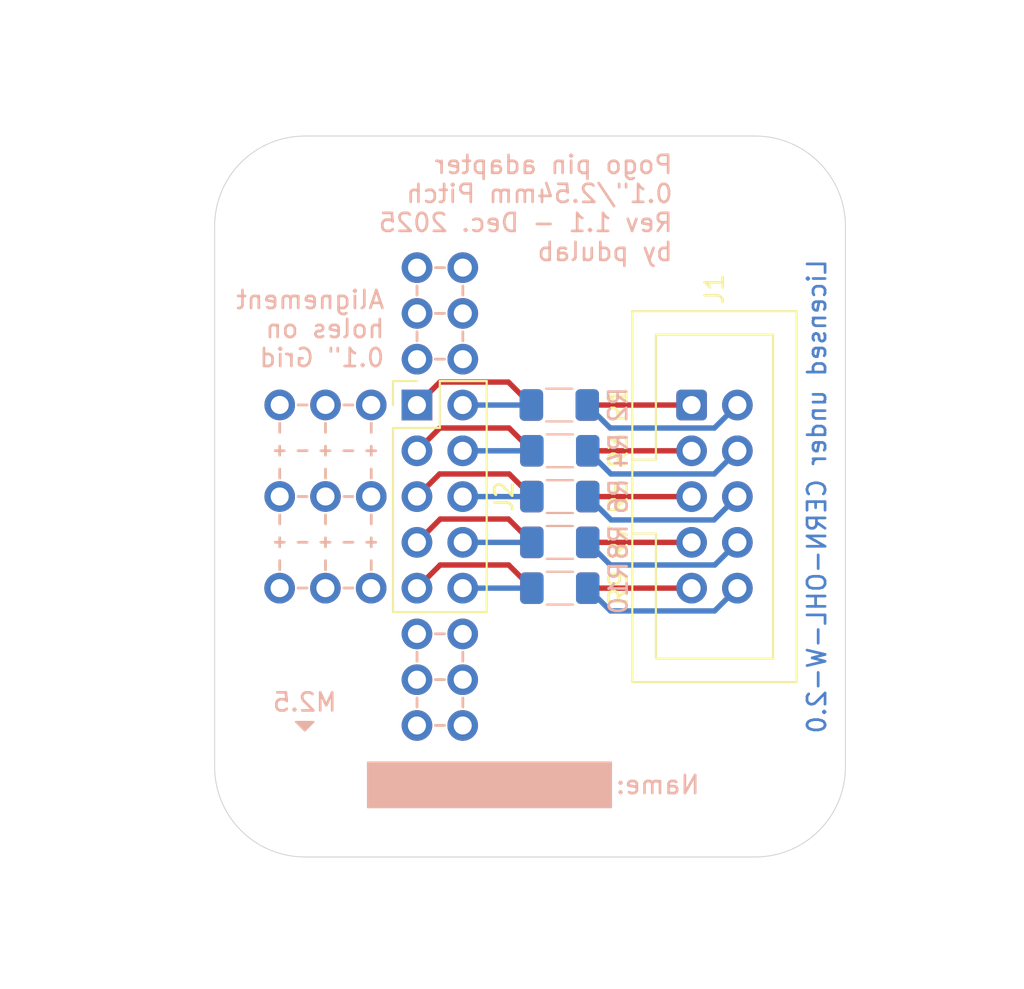
<source format=kicad_pcb>
(kicad_pcb (version 20240108) (generator "pcbnew") (generator_version "8.0")
  (title_block (title "Pogo Pin Programmer 2.54mm") (date "2025-12-28") (rev "Rev 1.1") (company "pdulab"))
  (layers (0 "F.Cu" signal) (31 "B.Cu" signal) (34 "B.Paste" user) (35 "F.Paste" user) (36 "B.SilkS" user "B.Silkscreen") (37 "F.SilkS" user "F.Silkscreen") (38 "B.Mask" user) (39 "F.Mask" user) (44 "Edge.Cuts" user))
  (net 0 "")
  (net 1 "Net-(J1-Pin_1)")
  (net 2 "Net-(J1-Pin_4)")
  (net 3 "Net-(J1-Pin_2)")
  (net 4 "Net-(J1-Pin_3)")
  (net 5 "Net-(J1-Pin_6)")
  (net 6 "Net-(J1-Pin_5)")
  (net 22 "Net-(J1-Pin_7)")
  (net 23 "Net-(J1-Pin_10)")
  (net 24 "Net-(J1-Pin_9)")
  (net 25 "Net-(J1-Pin_8)")
  (net 26 "/3")
  (net 27 "/5")
  (net 28 "/8")
  (net 29 "/1")
  (net 30 "/4")
  (net 31 "/2")
  (net 32 "/7")
  (net 33 "/9")
  (net 34 "/10")
  (net 35 "/6")
  (footprint "MountingHole:MountingHole_2.7mm_M2.5" (layer "F.Cu") (at 172.505 87.5)
    (property "Reference" "H3" (hide yes))
    (property "Value" "MountingHole")
    (pad "" np_thru_hole circle (at 0 0) (size 2.7 2.7) (drill 2.7) (layers "*.Cu" "*.Mask"))
  )
  (footprint "Resistor_SMD:R_1206_3216Metric_Pad1.30x1.75mm_HandSolder" (layer "F.Cu") (at 161.63 67.38)
    (property "Reference" "R1" (at 3.255 -0.005 90) (layer "F.SilkS"))
    (property "Value" "R")
    (fp_line (start -0.727064 -0.91) (end 0.727064 -0.91) (stroke (width 0.12)) (layer "F.SilkS"))
    (fp_line (start -0.727064 0.91) (end 0.727064 0.91) (stroke (width 0.12)) (layer "F.SilkS"))
    (pad "1" smd roundrect (at -1.55 0) (size 1.3 1.75) (layers "F.Cu" "F.Paste" "F.Mask") (roundrect_rratio 0.192308) (net 29 "/1"))
    (pad "2" smd roundrect (at 1.55 0) (size 1.3 1.75) (layers "F.Cu" "F.Paste" "F.Mask") (roundrect_rratio 0.192308) (net 1 "Net-(J1-Pin_1)"))
  )
  (footprint "Resistor_SMD:R_1206_3216Metric_Pad1.30x1.75mm_HandSolder" (layer "F.Cu") (at 161.656 75)
    (property "Reference" "R7" (at 3.255 -0.005 90) (layer "F.SilkS"))
    (property "Value" "R")
    (fp_line (start -0.727064 -0.91) (end 0.727064 -0.91) (stroke (width 0.12)) (layer "F.SilkS"))
    (fp_line (start -0.727064 0.91) (end 0.727064 0.91) (stroke (width 0.12)) (layer "F.SilkS"))
    (pad "1" smd roundrect (at -1.55 0) (size 1.3 1.75) (layers "F.Cu" "F.Paste" "F.Mask") (roundrect_rratio 0.192308) (net 32 "/7"))
    (pad "2" smd roundrect (at 1.55 0) (size 1.3 1.75) (layers "F.Cu" "F.Paste" "F.Mask") (roundrect_rratio 0.192308) (net 22 "Net-(J1-Pin_7)"))
  )
  (footprint "MountingHole:MountingHole_2.7mm_M2.5" (layer "F.Cu") (at 147.505 87.455)
    (property "Reference" "H4" (hide yes))
    (property "Value" "MountingHole")
    (pad "" np_thru_hole circle (at 0 0) (size 2.7 2.7) (drill 2.7) (layers "*.Cu" "*.Mask"))
  )
  (footprint "Resistor_SMD:R_1206_3216Metric_Pad1.30x1.75mm_HandSolder" (layer "F.Cu") (at 161.656 77.54)
    (property "Reference" "R9" (at 3.255 -0.005 90) (layer "F.SilkS"))
    (property "Value" "R")
    (fp_line (start -0.727064 -0.91) (end 0.727064 -0.91) (stroke (width 0.12)) (layer "F.SilkS"))
    (fp_line (start -0.727064 0.91) (end 0.727064 0.91) (stroke (width 0.12)) (layer "F.SilkS"))
    (pad "1" smd roundrect (at -1.55 0) (size 1.3 1.75) (layers "F.Cu" "F.Paste" "F.Mask") (roundrect_rratio 0.192308) (net 33 "/9"))
    (pad "2" smd roundrect (at 1.55 0) (size 1.3 1.75) (layers "F.Cu" "F.Paste" "F.Mask") (roundrect_rratio 0.192308) (net 24 "Net-(J1-Pin_9)"))
  )
  (footprint "Resistor_SMD:R_1206_3216Metric_Pad1.30x1.75mm_HandSolder" (layer "F.Cu") (at 161.656 69.92)
    (property "Reference" "R3" (at 3.255 -0.005 90) (layer "F.SilkS"))
    (property "Value" "R")
    (fp_line (start -0.727064 -0.91) (end 0.727064 -0.91) (stroke (width 0.12)) (layer "F.SilkS"))
    (fp_line (start -0.727064 0.91) (end 0.727064 0.91) (stroke (width 0.12)) (layer "F.SilkS"))
    (pad "1" smd roundrect (at -1.55 0) (size 1.3 1.75) (layers "F.Cu" "F.Paste" "F.Mask") (roundrect_rratio 0.192308) (net 26 "/3"))
    (pad "2" smd roundrect (at 1.55 0) (size 1.3 1.75) (layers "F.Cu" "F.Paste" "F.Mask") (roundrect_rratio 0.192308) (net 4 "Net-(J1-Pin_3)"))
  )
  (footprint "Connector_PinHeader_2.54mm:PinHeader_2x05_P2.54mm_Vertical" (layer "F.Cu") (at 153.73 67.38)
    (property "Reference" "J2" (at 4.831 5.075 90) (layer "F.SilkS"))
    (property "Value" "2.54mm Pogo Pins")
    (fp_line (start -1.33 -1.33) (end 0 -1.33) (stroke (width 0.12)) (layer "F.SilkS"))
    (fp_line (start -1.33 0) (end -1.33 -1.33) (stroke (width 0.12)) (layer "F.SilkS"))
    (fp_line (start -1.33 1.27) (end -1.33 11.49) (stroke (width 0.12)) (layer "F.SilkS"))
    (fp_line (start -1.33 1.27) (end 1.27 1.27) (stroke (width 0.12)) (layer "F.SilkS"))
    (fp_line (start -1.33 11.49) (end 3.87 11.49) (stroke (width 0.12)) (layer "F.SilkS"))
    (fp_line (start 1.27 -1.33) (end 3.87 -1.33) (stroke (width 0.12)) (layer "F.SilkS"))
    (fp_line (start 1.27 1.27) (end 1.27 -1.33) (stroke (width 0.12)) (layer "F.SilkS"))
    (fp_line (start 3.87 -1.33) (end 3.87 11.49) (stroke (width 0.12)) (layer "F.SilkS"))
    (pad "1" thru_hole rect (at 0 0) (size 1.7 1.7) (drill 1) (layers "*.Cu" "*.Mask") (net 29 "/1"))
    (pad "2" thru_hole oval (at 2.54 0) (size 1.7 1.7) (drill 1) (layers "*.Cu" "*.Mask") (net 31 "/2"))
    (pad "3" thru_hole oval (at 0 2.54) (size 1.7 1.7) (drill 1) (layers "*.Cu" "*.Mask") (net 26 "/3"))
    (pad "4" thru_hole oval (at 2.54 2.54) (size 1.7 1.7) (drill 1) (layers "*.Cu" "*.Mask") (net 30 "/4"))
    (pad "5" thru_hole oval (at 0 5.08) (size 1.7 1.7) (drill 1) (layers "*.Cu" "*.Mask") (net 27 "/5"))
    (pad "6" thru_hole oval (at 2.54 5.08) (size 1.7 1.7) (drill 1) (layers "*.Cu" "*.Mask") (net 35 "/6"))
    (pad "7" thru_hole oval (at 0 7.62) (size 1.7 1.7) (drill 1) (layers "*.Cu" "*.Mask") (net 32 "/7"))
    (pad "8" thru_hole oval (at 2.54 7.62) (size 1.7 1.7) (drill 1) (layers "*.Cu" "*.Mask") (net 28 "/8"))
    (pad "9" thru_hole oval (at 0 10.16) (size 1.7 1.7) (drill 1) (layers "*.Cu" "*.Mask") (net 33 "/9"))
    (pad "10" thru_hole oval (at 2.54 10.16) (size 1.7 1.7) (drill 1) (layers "*.Cu" "*.Mask") (net 34 "/10"))
  )
  (footprint "Resistor_SMD:R_1206_3216Metric_Pad1.30x1.75mm_HandSolder" (layer "F.Cu") (at 161.656 72.46)
    (property "Reference" "R5" (at 3.255 -0.005 90) (layer "F.SilkS"))
    (property "Value" "R")
    (fp_line (start -0.727064 -0.91) (end 0.727064 -0.91) (stroke (width 0.12)) (layer "F.SilkS"))
    (fp_line (start -0.727064 0.91) (end 0.727064 0.91) (stroke (width 0.12)) (layer "F.SilkS"))
    (pad "1" smd roundrect (at -1.55 0) (size 1.3 1.75) (layers "F.Cu" "F.Paste" "F.Mask") (roundrect_rratio 0.192308) (net 27 "/5"))
    (pad "2" smd roundrect (at 1.55 0) (size 1.3 1.75) (layers "F.Cu" "F.Paste" "F.Mask") (roundrect_rratio 0.192308) (net 6 "Net-(J1-Pin_5)"))
  )
  (footprint "MountingHole:MountingHole_2.7mm_M2.5" (layer "F.Cu") (at 172.505 57.455)
    (property "Reference" "H2" (hide yes))
    (property "Value" "MountingHole")
    (pad "" np_thru_hole circle (at 0 0) (size 2.7 2.7) (drill 2.7) (layers "*.Cu" "*.Mask"))
  )
  (footprint "MountingHole:MountingHole_2.7mm_M2.5" (layer "F.Cu") (at 147.505 57.455)
    (property "Reference" "H1" (hide yes))
    (property "Value" "MountingHole")
    (pad "" np_thru_hole circle (at 0 0) (size 2.7 2.7) (drill 2.7) (layers "*.Cu" "*.Mask"))
  )
  (footprint "Connector_IDC:IDC-Header_2x05_P2.54mm_Vertical" (layer "F.Cu") (at 168.97 67.38)
    (property "Reference" "J1" (at 1.27 -6.425 90) (layer "F.SilkS"))
    (property "Value" "Conn_02x05_Odd_Even")
    (fp_line (start -3.29 -5.21) (end 5.83 -5.21) (stroke (width 0.12)) (layer "F.SilkS"))
    (fp_line (start -3.29 3.03) (end -1.98 3.03) (stroke (width 0.12)) (layer "F.SilkS"))
    (fp_line (start -3.29 15.37) (end -3.29 -5.21) (stroke (width 0.12)) (layer "F.SilkS"))
    (fp_line (start -1.98 -3.91) (end 4.52 -3.91) (stroke (width 0.12)) (layer "F.SilkS"))
    (fp_line (start -1.98 3.03) (end -1.98 -3.91) (stroke (width 0.12)) (layer "F.SilkS"))
    (fp_line (start -1.98 7.13) (end -3.29 7.13) (stroke (width 0.12)) (layer "F.SilkS"))
    (fp_line (start -1.98 7.13) (end -1.98 7.13) (stroke (width 0.12)) (layer "F.SilkS"))
    (fp_line (start -1.98 14.07) (end -1.98 7.13) (stroke (width 0.12)) (layer "F.SilkS"))
    (fp_line (start 4.52 -3.91) (end 4.52 14.07) (stroke (width 0.12)) (layer "F.SilkS"))
    (fp_line (start 4.52 14.07) (end -1.98 14.07) (stroke (width 0.12)) (layer "F.SilkS"))
    (fp_line (start 5.83 -5.21) (end 5.83 15.37) (stroke (width 0.12)) (layer "F.SilkS"))
    (fp_line (start 5.83 15.37) (end -3.29 15.37) (stroke (width 0.12)) (layer "F.SilkS"))
    (pad "1" thru_hole roundrect (at 0 0) (size 1.7 1.7) (drill 1) (layers "*.Cu" "*.Mask") (roundrect_rratio 0.147059) (net 1 "Net-(J1-Pin_1)"))
    (pad "2" thru_hole circle (at 2.54 0) (size 1.7 1.7) (drill 1) (layers "*.Cu" "*.Mask") (net 3 "Net-(J1-Pin_2)"))
    (pad "3" thru_hole circle (at 0 2.54) (size 1.7 1.7) (drill 1) (layers "*.Cu" "*.Mask") (net 4 "Net-(J1-Pin_3)"))
    (pad "4" thru_hole circle (at 2.54 2.54) (size 1.7 1.7) (drill 1) (layers "*.Cu" "*.Mask") (net 2 "Net-(J1-Pin_4)"))
    (pad "5" thru_hole circle (at 0 5.08) (size 1.7 1.7) (drill 1) (layers "*.Cu" "*.Mask") (net 6 "Net-(J1-Pin_5)"))
    (pad "6" thru_hole circle (at 2.54 5.08) (size 1.7 1.7) (drill 1) (layers "*.Cu" "*.Mask") (net 5 "Net-(J1-Pin_6)"))
    (pad "7" thru_hole circle (at 0 7.62) (size 1.7 1.7) (drill 1) (layers "*.Cu" "*.Mask") (net 22 "Net-(J1-Pin_7)"))
    (pad "8" thru_hole circle (at 2.54 7.62) (size 1.7 1.7) (drill 1) (layers "*.Cu" "*.Mask") (net 25 "Net-(J1-Pin_8)"))
    (pad "9" thru_hole circle (at 0 10.16) (size 1.7 1.7) (drill 1) (layers "*.Cu" "*.Mask") (net 24 "Net-(J1-Pin_9)"))
    (pad "10" thru_hole circle (at 2.54 10.16) (size 1.7 1.7) (drill 1) (layers "*.Cu" "*.Mask") (net 23 "Net-(J1-Pin_10)"))
  )
  (footprint "Resistor_SMD:R_1206_3216Metric_Pad1.30x1.75mm_HandSolder" (layer "B.Cu") (at 161.656 75)
    (property "Reference" "R8" (at 3.255 -0.005 90) (layer "B.SilkS") (effects (justify mirror)))
    (property "Value" "R")
    (fp_line (start 0.727064 -0.91) (end -0.727064 -0.91) (stroke (width 0.12)) (layer "B.SilkS"))
    (fp_line (start 0.727064 0.91) (end -0.727064 0.91) (stroke (width 0.12)) (layer "B.SilkS"))
    (pad "1" smd roundrect (at -1.55 0) (size 1.3 1.75) (layers "B.Cu" "B.Paste" "B.Mask") (roundrect_rratio 0.192308) (net 28 "/8"))
    (pad "2" smd roundrect (at 1.55 0) (size 1.3 1.75) (layers "B.Cu" "B.Paste" "B.Mask") (roundrect_rratio 0.192308) (net 25 "Net-(J1-Pin_8)"))
  )
  (footprint "project_lib:Alignment_pin_2.54mm" (layer "B.Cu") (at 156.275 62.295 180)
    (property "Reference" "P20" (hide yes))
    (property "Value" "Alignment_pin" (hide yes))
    (pad "1" thru_hole circle (at 0 0 180) (size 1.7 1.7) (drill 1) (layers "*.Cu" "*.Mask"))
  )
  (footprint "project_lib:Alignment_pin_2.54mm" (layer "B.Cu") (at 148.655 67.375 -90)
    (property "Reference" "P4" (hide yes))
    (property "Value" "Alignment_pin" (hide yes))
    (pad "1" thru_hole circle (at 0 0 270) (size 1.7 1.7) (drill 1) (layers "*.Cu" "*.Mask"))
  )
  (footprint "project_lib:Alignment_pin_2.54mm" (layer "B.Cu") (at 156.27 80.08 180)
    (property "Reference" "P11" (hide yes))
    (property "Value" "Alignment_pin" (hide yes))
    (pad "1" thru_hole circle (at 0 0 180) (size 1.7 1.7) (drill 1) (layers "*.Cu" "*.Mask"))
  )
  (footprint "project_lib:Alignment_pin_2.54mm" (layer "B.Cu") (at 151.195 67.375 180)
    (property "Reference" "P1" (hide yes))
    (property "Value" "Alignment_pin" (hide yes))
    (pad "1" thru_hole circle (at 0 0 180) (size 1.7 1.7) (drill 1) (layers "*.Cu" "*.Mask"))
  )
  (footprint "project_lib:Alignment_pin_2.54mm" (layer "B.Cu") (at 148.655 72.455 -90)
    (property "Reference" "P5" (hide yes))
    (property "Value" "Alignment_pin" (hide yes))
    (pad "1" thru_hole circle (at 0 0 270) (size 1.7 1.7) (drill 1) (layers "*.Cu" "*.Mask"))
  )
  (footprint "Resistor_SMD:R_1206_3216Metric_Pad1.30x1.75mm_HandSolder" (layer "B.Cu") (at 161.63 67.38)
    (property "Reference" "R2" (at 3.255 -0.005 90) (layer "B.SilkS") (effects (justify mirror)))
    (property "Value" "R")
    (fp_line (start 0.727064 -0.91) (end -0.727064 -0.91) (stroke (width 0.12)) (layer "B.SilkS"))
    (fp_line (start 0.727064 0.91) (end -0.727064 0.91) (stroke (width 0.12)) (layer "B.SilkS"))
    (pad "1" smd roundrect (at -1.55 0) (size 1.3 1.75) (layers "B.Cu" "B.Paste" "B.Mask") (roundrect_rratio 0.192308) (net 31 "/2"))
    (pad "2" smd roundrect (at 1.55 0) (size 1.3 1.75) (layers "B.Cu" "B.Paste" "B.Mask") (roundrect_rratio 0.192308) (net 3 "Net-(J1-Pin_2)"))
  )
  (footprint "project_lib:Alignment_pin_2.54mm" (layer "B.Cu") (at 146.115 67.375 180)
    (property "Reference" "P7" (hide yes))
    (property "Value" "Alignment_pin" (hide yes))
    (pad "1" thru_hole circle (at 0 0 180) (size 1.7 1.7) (drill 1) (layers "*.Cu" "*.Mask"))
  )
  (footprint "project_lib:Alignment_pin_2.54mm" (layer "B.Cu") (at 156.275 59.755 180)
    (property "Reference" "P21" (hide yes))
    (property "Value" "Alignment_pin" (hide yes))
    (pad "1" thru_hole circle (at 0 0 180) (size 1.7 1.7) (drill 1) (layers "*.Cu" "*.Mask"))
  )
  (footprint "Resistor_SMD:R_1206_3216Metric_Pad1.30x1.75mm_HandSolder" (layer "B.Cu") (at 161.656 69.92)
    (property "Reference" "R4" (at 3.255 -0.005 90) (layer "B.SilkS") (effects (justify mirror)))
    (property "Value" "R")
    (fp_line (start 0.727064 -0.91) (end -0.727064 -0.91) (stroke (width 0.12)) (layer "B.SilkS"))
    (fp_line (start 0.727064 0.91) (end -0.727064 0.91) (stroke (width 0.12)) (layer "B.SilkS"))
    (pad "1" smd roundrect (at -1.55 0) (size 1.3 1.75) (layers "B.Cu" "B.Paste" "B.Mask") (roundrect_rratio 0.192308) (net 30 "/4"))
    (pad "2" smd roundrect (at 1.55 0) (size 1.3 1.75) (layers "B.Cu" "B.Paste" "B.Mask") (roundrect_rratio 0.192308) (net 2 "Net-(J1-Pin_4)"))
  )
  (footprint "project_lib:Alignment_pin_2.54mm" (layer "B.Cu") (at 148.65 77.54 180)
    (property "Reference" "P6" (hide yes))
    (property "Value" "Alignment_pin" (hide yes))
    (pad "1" thru_hole circle (at 0 0 180) (size 1.7 1.7) (drill 1) (layers "*.Cu" "*.Mask"))
  )
  (footprint "project_lib:Alignment_pin_2.54mm" (layer "B.Cu") (at 146.11 77.54 -90)
    (property "Reference" "P9" (hide yes))
    (property "Value" "Alignment_pin" (hide yes))
    (pad "1" thru_hole circle (at 0 0 270) (size 1.7 1.7) (drill 1) (layers "*.Cu" "*.Mask"))
  )
  (footprint "project_lib:Alignment_pin_2.54mm" (layer "B.Cu") (at 156.275 64.835 180)
    (property "Reference" "P19" (hide yes))
    (property "Value" "Alignment_pin" (hide yes))
    (pad "1" thru_hole circle (at 0 0 180) (size 1.7 1.7) (drill 1) (layers "*.Cu" "*.Mask"))
  )
  (footprint "project_lib:Alignment_pin_2.54mm" (layer "B.Cu") (at 146.115 72.455 180)
    (property "Reference" "P8" (hide yes))
    (property "Value" "Alignment_pin" (hide yes))
    (pad "1" thru_hole circle (at 0 0 180) (size 1.7 1.7) (drill 1) (layers "*.Cu" "*.Mask"))
  )
  (footprint "project_lib:Alignment_pin_2.54mm" (layer "B.Cu") (at 153.735 59.755 180)
    (property "Reference" "P18" (hide yes))
    (property "Value" "Alignment_pin" (hide yes))
    (pad "1" thru_hole circle (at 0 0 180) (size 1.7 1.7) (drill 1) (layers "*.Cu" "*.Mask"))
  )
  (footprint "project_lib:Alignment_pin_2.54mm" (layer "B.Cu") (at 153.73 85.16 180)
    (property "Reference" "P14" (hide yes))
    (property "Value" "Alignment_pin" (hide yes))
    (pad "1" thru_hole circle (at 0 0 180) (size 1.7 1.7) (drill 1) (layers "*.Cu" "*.Mask"))
  )
  (footprint "project_lib:Alignment_pin_2.54mm" (layer "B.Cu") (at 153.73 80.08 -90)
    (property "Reference" "P10" (hide yes))
    (property "Value" "Alignment_pin" (hide yes))
    (pad "1" thru_hole circle (at 0 0 270) (size 1.7 1.7) (drill 1) (layers "*.Cu" "*.Mask"))
  )
  (footprint "project_lib:Alignment_pin_2.54mm" (layer "B.Cu") (at 153.73 82.62 180)
    (property "Reference" "P12" (hide yes))
    (property "Value" "Alignment_pin" (hide yes))
    (pad "1" thru_hole circle (at 0 0 180) (size 1.7 1.7) (drill 1) (layers "*.Cu" "*.Mask"))
  )
  (footprint "project_lib:Alignment_pin_2.54mm" (layer "B.Cu") (at 151.195 72.455 180)
    (property "Reference" "P2" (hide yes))
    (property "Value" "Alignment_pin" (hide yes))
    (pad "1" thru_hole circle (at 0 0 180) (size 1.7 1.7) (drill 1) (layers "*.Cu" "*.Mask"))
  )
  (footprint "project_lib:Alignment_pin_2.54mm" (layer "B.Cu") (at 156.27 85.16 180)
    (property "Reference" "P15" (hide yes))
    (property "Value" "Alignment_pin" (hide yes))
    (pad "1" thru_hole circle (at 0 0 180) (size 1.7 1.7) (drill 1) (layers "*.Cu" "*.Mask"))
  )
  (footprint "project_lib:Alignment_pin_2.54mm" (layer "B.Cu") (at 153.735 64.835 180)
    (property "Reference" "P16" (hide yes))
    (property "Value" "Alignment_pin" (hide yes))
    (pad "1" thru_hole circle (at 0 0 180) (size 1.7 1.7) (drill 1) (layers "*.Cu" "*.Mask"))
  )
  (footprint "project_lib:Alignment_pin_2.54mm" (layer "B.Cu") (at 156.27 82.62 180)
    (property "Reference" "P13" (hide yes))
    (property "Value" "Alignment_pin" (hide yes))
    (pad "1" thru_hole circle (at 0 0 180) (size 1.7 1.7) (drill 1) (layers "*.Cu" "*.Mask"))
  )
  (footprint "project_lib:Alignment_pin_2.54mm" (layer "B.Cu") (at 153.735 62.295 180)
    (property "Reference" "P17" (hide yes))
    (property "Value" "Alignment_pin" (hide yes))
    (pad "1" thru_hole circle (at 0 0 180) (size 1.7 1.7) (drill 1) (layers "*.Cu" "*.Mask"))
  )
  (footprint "Resistor_SMD:R_1206_3216Metric_Pad1.30x1.75mm_HandSolder" (layer "B.Cu") (at 161.656 72.46)
    (property "Reference" "R6" (at 3.255 -0.005 90) (layer "B.SilkS") (effects (justify mirror)))
    (property "Value" "R")
    (fp_line (start 0.727064 -0.91) (end -0.727064 -0.91) (stroke (width 0.12)) (layer "B.SilkS"))
    (fp_line (start 0.727064 0.91) (end -0.727064 0.91) (stroke (width 0.12)) (layer "B.SilkS"))
    (pad "1" smd roundrect (at -1.55 0) (size 1.3 1.75) (layers "B.Cu" "B.Paste" "B.Mask") (roundrect_rratio 0.192308) (net 35 "/6"))
    (pad "2" smd roundrect (at 1.55 0) (size 1.3 1.75) (layers "B.Cu" "B.Paste" "B.Mask") (roundrect_rratio 0.192308) (net 5 "Net-(J1-Pin_6)"))
  )
  (footprint "project_lib:Alignment_pin_2.54mm" (layer "B.Cu") (at 151.19 77.54 180)
    (property "Reference" "P3" (hide yes))
    (property "Value" "Alignment_pin" (hide yes))
    (pad "1" thru_hole circle (at 0 0 180) (size 1.7 1.7) (drill 1) (layers "*.Cu" "*.Mask"))
  )
  (footprint "Resistor_SMD:R_1206_3216Metric_Pad1.30x1.75mm_HandSolder" (layer "B.Cu") (at 161.656 77.54)
    (property "Reference" "R10" (at 3.255 -0.005 90) (layer "B.SilkS") (effects (justify mirror)))
    (property "Value" "R")
    (fp_line (start 0.727064 -0.91) (end -0.727064 -0.91) (stroke (width 0.12)) (layer "B.SilkS"))
    (fp_line (start 0.727064 0.91) (end -0.727064 0.91) (stroke (width 0.12)) (layer "B.SilkS"))
    (pad "1" smd roundrect (at -1.55 0) (size 1.3 1.75) (layers "B.Cu" "B.Paste" "B.Mask") (roundrect_rratio 0.192308) (net 34 "/10"))
    (pad "2" smd roundrect (at 1.55 0) (size 1.3 1.75) (layers "B.Cu" "B.Paste" "B.Mask") (roundrect_rratio 0.192308) (net 23 "Net-(J1-Pin_10)"))
  )
  (gr_line (start 154.751 85.155) (end 155.259 85.155) (stroke (width 0.15)) (layer "B.SilkS"))
  (gr_line (start 154.751 64.835) (end 155.259 64.835) (stroke (width 0.15)) (layer "B.SilkS"))
  (gr_line (start 149.671 74.995) (end 150.179 74.995) (stroke (width 0.15)) (layer "B.SilkS"))
  (gr_line (start 147.131 74.995) (end 147.639 74.995) (stroke (width 0.15)) (layer "B.SilkS"))
  (gr_poly (pts (xy 147.505 85.455) (xy 147.005 84.955) (xy 148.005 84.955)) (stroke (width 0.1)) (fill solid) (layer "B.SilkS"))
  (gr_line (start 154.751 62.295) (end 155.259 62.295) (stroke (width 0.15)) (layer "B.SilkS"))
  (gr_line (start 149.671 77.535) (end 150.179 77.535) (stroke (width 0.15)) (layer "B.SilkS"))
  (gr_line (start 148.401 69.915) (end 148.909 69.915) (stroke (width 0.15)) (layer "B.SilkS"))
  (gr_line (start 151.195 73.979) (end 151.195 73.471) (stroke (width 0.15)) (layer "B.SilkS"))
  (gr_line (start 151.195 74.741) (end 151.195 75.249) (stroke (width 0.15)) (layer "B.SilkS"))
  (gr_line (start 146.115 75.249) (end 146.115 74.741) (stroke (width 0.15)) (layer "B.SilkS"))
  (gr_line (start 154.751 82.615) (end 155.259 82.615) (stroke (width 0.15)) (layer "B.SilkS"))
  (gr_line (start 153.735 81.091) (end 153.735 81.599) (stroke (width 0.15)) (layer "B.SilkS"))
  (gr_line (start 153.735 63.311) (end 153.735 63.819) (stroke (width 0.15)) (layer "B.SilkS"))
  (gr_line (start 146.115 71.439) (end 146.115 70.931) (stroke (width 0.15)) (layer "B.SilkS"))
  (gr_line (start 148.401 74.995) (end 148.909 74.995) (stroke (width 0.15)) (layer "B.SilkS"))
  (gr_line (start 146.115 70.169) (end 146.115 69.661) (stroke (width 0.15)) (layer "B.SilkS"))
  (gr_line (start 150.941 69.915) (end 151.449 69.915) (stroke (width 0.15)) (layer "B.SilkS"))
  (gr_line (start 146.115 68.899) (end 146.115 68.391) (stroke (width 0.15)) (layer "B.SilkS"))
  (gr_line (start 151.195 71.439) (end 151.195 70.931) (stroke (width 0.15)) (layer "B.SilkS"))
  (gr_line (start 147.131 77.535) (end 147.639 77.535) (stroke (width 0.15)) (layer "B.SilkS"))
  (gr_line (start 146.115 76.519) (end 146.115 76.011) (stroke (width 0.15)) (layer "B.SilkS"))
  (gr_line (start 156.275 83.631) (end 156.275 84.139) (stroke (width 0.15)) (layer "B.SilkS"))
  (gr_line (start 148.655 71.439) (end 148.655 70.931) (stroke (width 0.15)) (layer "B.SilkS"))
  (gr_line (start 154.751 80.075) (end 155.259 80.075) (stroke (width 0.15)) (layer "B.SilkS"))
  (gr_line (start 148.655 68.899) (end 148.655 68.391) (stroke (width 0.15)) (layer "B.SilkS"))
  (gr_line (start 147.131 72.455) (end 147.639 72.455) (stroke (width 0.15)) (layer "B.SilkS"))
  (gr_line (start 154.751 59.755) (end 155.259 59.755) (stroke (width 0.15)) (layer "B.SilkS"))
  (gr_line (start 145.861 69.915) (end 146.369 69.915) (stroke (width 0.15)) (layer "B.SilkS"))
  (gr_line (start 151.195 76.519) (end 151.195 76.011) (stroke (width 0.15)) (layer "B.SilkS"))
  (gr_line (start 153.735 83.631) (end 153.735 84.139) (stroke (width 0.15)) (layer "B.SilkS"))
  (gr_rect (start 151.005 87.205) (end 164.505 89.705) (stroke (width 0.1)) (fill solid) (layer "B.SilkS"))
  (gr_line (start 148.655 75.249) (end 148.655 74.741) (stroke (width 0.15)) (layer "B.SilkS"))
  (gr_line (start 148.655 76.519) (end 148.655 76.011) (stroke (width 0.15)) (layer "B.SilkS"))
  (gr_line (start 156.275 61.279) (end 156.275 60.771) (stroke (width 0.15)) (layer "B.SilkS"))
  (gr_line (start 147.131 67.375) (end 147.639 67.375) (stroke (width 0.15)) (layer "B.SilkS"))
  (gr_line (start 151.195 70.169) (end 151.195 69.661) (stroke (width 0.15)) (layer "B.SilkS"))
  (gr_line (start 151.195 68.899) (end 151.195 68.391) (stroke (width 0.15)) (layer "B.SilkS"))
  (gr_line (start 149.671 69.915) (end 150.179 69.915) (stroke (width 0.15)) (layer "B.SilkS"))
  (gr_line (start 153.735 61.279) (end 153.735 60.771) (stroke (width 0.15)) (layer "B.SilkS"))
  (gr_line (start 149.671 67.375) (end 150.179 67.375) (stroke (width 0.15)) (layer "B.SilkS"))
  (gr_line (start 148.655 70.169) (end 148.655 69.661) (stroke (width 0.15)) (layer "B.SilkS"))
  (gr_line (start 149.671 72.455) (end 150.179 72.455) (stroke (width 0.15)) (layer "B.SilkS"))
  (gr_line (start 145.861 74.995) (end 146.369 74.995) (stroke (width 0.15)) (layer "B.SilkS"))
  (gr_line (start 156.275 63.311) (end 156.275 63.819) (stroke (width 0.15)) (layer "B.SilkS"))
  (gr_line (start 156.275 81.091) (end 156.275 81.599) (stroke (width 0.15)) (layer "B.SilkS"))
  (gr_line (start 148.655 73.979) (end 148.655 73.471) (stroke (width 0.15)) (layer "B.SilkS"))
  (gr_line (start 147.131 69.915) (end 147.639 69.915) (stroke (width 0.15)) (layer "B.SilkS"))
  (gr_line (start 146.115 73.471) (end 146.115 73.979) (stroke (width 0.15)) (layer "B.SilkS"))
  (gr_line (start 150.941 74.995) (end 151.449 74.995) (stroke (width 0.15)) (layer "B.SilkS"))
  (gr_line (start 146.115 69.661) (end 146.115 70.169) (stroke (width 0.15)) (layer "F.SilkS"))
  (gr_line (start 150.941 69.915) (end 151.449 69.915) (stroke (width 0.15)) (layer "F.SilkS"))
  (gr_line (start 146.115 76.011) (end 146.115 76.519) (stroke (width 0.15)) (layer "F.SilkS"))
  (gr_line (start 156.275 84.139) (end 156.275 83.631) (stroke (width 0.15)) (layer "F.SilkS"))
  (gr_line (start 149.671 74.995) (end 150.179 74.995) (stroke (width 0.15)) (layer "F.SilkS"))
  (gr_line (start 148.655 69.661) (end 148.655 70.169) (stroke (width 0.15)) (layer "F.SilkS"))
  (gr_line (start 148.655 68.391) (end 148.655 68.899) (stroke (width 0.15)) (layer "F.SilkS"))
  (gr_line (start 151.195 70.931) (end 151.195 71.439) (stroke (width 0.15)) (layer "F.SilkS"))
  (gr_line (start 149.671 72.455) (end 150.179 72.455) (stroke (width 0.15)) (layer "F.SilkS"))
  (gr_line (start 147.131 74.995) (end 147.639 74.995) (stroke (width 0.15)) (layer "F.SilkS"))
  (gr_line (start 146.115 68.391) (end 146.115 68.899) (stroke (width 0.15)) (layer "F.SilkS"))
  (gr_line (start 151.195 69.661) (end 151.195 70.169) (stroke (width 0.15)) (layer "F.SilkS"))
  (gr_line (start 153.735 84.139) (end 153.735 83.631) (stroke (width 0.15)) (layer "F.SilkS"))
  (gr_line (start 153.735 60.771) (end 153.735 61.279) (stroke (width 0.15)) (layer "F.SilkS"))
  (gr_line (start 153.735 81.599) (end 153.735 81.091) (stroke (width 0.15)) (layer "F.SilkS"))
  (gr_line (start 147.131 67.375) (end 147.639 67.375) (stroke (width 0.15)) (layer "F.SilkS"))
  (gr_line (start 148.655 70.931) (end 148.655 71.439) (stroke (width 0.15)) (layer "F.SilkS"))
  (gr_line (start 151.195 76.011) (end 151.195 76.519) (stroke (width 0.15)) (layer "F.SilkS"))
  (gr_line (start 154.751 82.615) (end 155.259 82.615) (stroke (width 0.15)) (layer "F.SilkS"))
  (gr_line (start 156.275 63.819) (end 156.275 63.311) (stroke (width 0.15)) (layer "F.SilkS"))
  (gr_line (start 156.275 81.599) (end 156.275 81.091) (stroke (width 0.15)) (layer "F.SilkS"))
  (gr_line (start 151.195 68.391) (end 151.195 68.899) (stroke (width 0.15)) (layer "F.SilkS"))
  (gr_line (start 149.671 67.375) (end 150.179 67.375) (stroke (width 0.15)) (layer "F.SilkS"))
  (gr_line (start 154.751 59.755) (end 155.259 59.755) (stroke (width 0.15)) (layer "F.SilkS"))
  (gr_line (start 148.401 69.915) (end 148.909 69.915) (stroke (width 0.15)) (layer "F.SilkS"))
  (gr_line (start 147.131 77.535) (end 147.639 77.535) (stroke (width 0.15)) (layer "F.SilkS"))
  (gr_line (start 148.655 74.741) (end 148.655 75.249) (stroke (width 0.15)) (layer "F.SilkS"))
  (gr_line (start 151.195 74.741) (end 151.195 75.249) (stroke (width 0.15)) (layer "F.SilkS"))
  (gr_line (start 154.751 64.835) (end 155.259 64.835) (stroke (width 0.15)) (layer "F.SilkS"))
  (gr_line (start 150.941 74.995) (end 151.449 74.995) (stroke (width 0.15)) (layer "F.SilkS"))
  (gr_line (start 149.671 77.535) (end 150.179 77.535) (stroke (width 0.15)) (layer "F.SilkS"))
  (gr_line (start 149.671 69.915) (end 150.179 69.915) (stroke (width 0.15)) (layer "F.SilkS"))
  (gr_line (start 154.751 62.295) (end 155.259 62.295) (stroke (width 0.15)) (layer "F.SilkS"))
  (gr_line (start 146.115 70.931) (end 146.115 71.439) (stroke (width 0.15)) (layer "F.SilkS"))
  (gr_line (start 151.195 73.979) (end 151.195 73.471) (stroke (width 0.15)) (layer "F.SilkS"))
  (gr_line (start 145.861 69.915) (end 146.369 69.915) (stroke (width 0.15)) (layer "F.SilkS"))
  (gr_line (start 148.401 74.995) (end 148.909 74.995) (stroke (width 0.15)) (layer "F.SilkS"))
  (gr_line (start 153.735 63.819) (end 153.735 63.311) (stroke (width 0.15)) (layer "F.SilkS"))
  (gr_line (start 146.115 75.249) (end 146.115 74.741) (stroke (width 0.15)) (layer "F.SilkS"))
  (gr_line (start 148.655 73.471) (end 148.655 73.979) (stroke (width 0.15)) (layer "F.SilkS"))
  (gr_line (start 154.751 80.075) (end 155.259 80.075) (stroke (width 0.15)) (layer "F.SilkS"))
  (gr_line (start 146.115 73.471) (end 146.115 73.979) (stroke (width 0.15)) (layer "F.SilkS"))
  (gr_line (start 147.131 72.455) (end 147.639 72.455) (stroke (width 0.15)) (layer "F.SilkS"))
  (gr_line (start 156.275 60.771) (end 156.275 61.279) (stroke (width 0.15)) (layer "F.SilkS"))
  (gr_line (start 147.131 69.915) (end 147.639 69.915) (stroke (width 0.15)) (layer "F.SilkS"))
  (gr_line (start 145.861 74.995) (end 146.369 74.995) (stroke (width 0.15)) (layer "F.SilkS"))
  (gr_line (start 148.655 76.011) (end 148.655 76.519) (stroke (width 0.15)) (layer "F.SilkS"))
  (gr_line (start 154.751 85.155) (end 155.259 85.155) (stroke (width 0.15)) (layer "F.SilkS"))
  (gr_line (start 147.505 52.455) (end 172.505 52.455) (stroke (width 0.05)) (layer "Edge.Cuts"))
  (gr_arc (start 172.505 52.455) (mid 176.040534 53.919466) (end 177.505 57.455) (stroke (width 0.05)) (layer "Edge.Cuts"))
  (gr_line (start 142.505 87.455) (end 142.505 57.455) (stroke (width 0.05)) (layer "Edge.Cuts"))
  (gr_arc (start 142.505 57.455) (mid 143.969466 53.919466) (end 147.505 52.455) (stroke (width 0.05)) (layer "Edge.Cuts"))
  (gr_arc (start 177.505 87.455) (mid 176.040534 90.990534) (end 172.505 92.455) (stroke (width 0.05)) (layer "Edge.Cuts"))
  (gr_arc (start 147.505 92.455) (mid 143.969466 90.990534) (end 142.505 87.455) (stroke (width 0.05)) (layer "Edge.Cuts"))
  (gr_line (start 177.505 57.455) (end 177.505 87.455) (stroke (width 0.05)) (layer "Edge.Cuts"))
  (gr_line (start 172.505 92.455) (end 147.505 92.455) (stroke (width 0.05)) (layer "Edge.Cuts"))
  (gr_text "Licensed under CERN-OHL-W-2.0" (at 176.505 72.455 90) (layer "B.Cu") (effects (font (size 1 1)) (justify bottom mirror)))
  (gr_text "M2.5" (at 147.505 84.455 0) (layer "B.SilkS") (effects (font (size 1 1)) (justify bottom mirror)))
  (gr_text "Name:" (at 169.505 88.455 0) (layer "B.SilkS") (effects (font (size 1 1)) (justify left mirror)))
  (gr_text "Pogo pin adapter\n0.1{dblquote}/2.54mm Pitch\nRev 1.1 - Dec. 2025\nby pdulab" (at 168.005 59.455 0) (layer "B.SilkS") (effects (font (size 1 1)) (justify left bottom mirror)))
  (gr_text "Alignement\nholes on \n0.1{dblquote} Grid" (at 152.005 65.343 0) (layer "B.SilkS") (effects (font (size 1 1)) (justify left bottom mirror)))
  (segment (start 168.97 67.38) (end 163.18 67.38) (width 0.3) (layer "F.Cu") (net 1))
  (segment (start 170.225 71.205) (end 164.491 71.205) (width 0.3) (layer "B.Cu") (net 2))
  (segment (start 164.491 71.205) (end 163.206 69.92) (width 0.3) (layer "B.Cu") (net 2))
  (segment (start 171.51 69.92) (end 170.225 71.205) (width 0.3) (layer "B.Cu") (net 2))
  (segment (start 170.235 68.655) (end 164.455 68.655) (width 0.3) (layer "B.Cu") (net 3))
  (segment (start 171.51 67.38) (end 170.235 68.655) (width 0.3) (layer "B.Cu") (net 3))
  (segment (start 164.455 68.655) (end 163.18 67.38) (width 0.3) (layer "B.Cu") (net 3))
  (segment (start 168.97 69.92) (end 163.206 69.92) (width 0.3) (layer "F.Cu") (net 4))
  (segment (start 171.51 72.46) (end 170.215 73.755) (width 0.3) (layer "B.Cu") (net 5))
  (segment (start 170.215 73.755) (end 164.501 73.755) (width 0.3) (layer "B.Cu") (net 5))
  (segment (start 164.501 73.755) (end 163.206 72.46) (width 0.3) (layer "B.Cu") (net 5))
  (segment (start 168.97 72.46) (end 163.206 72.46) (width 0.3) (layer "F.Cu") (net 6))
  (segment (start 168.97 75) (end 163.206 75) (width 0.3) (layer "F.Cu") (net 22))
  (segment (start 170.245 78.805) (end 164.471 78.805) (width 0.3) (layer "B.Cu") (net 23))
  (segment (start 164.471 78.805) (end 163.206 77.54) (width 0.3) (layer "B.Cu") (net 23))
  (segment (start 171.51 77.54) (end 170.245 78.805) (width 0.3) (layer "B.Cu") (net 23))
  (segment (start 168.97 77.54) (end 163.206 77.54) (width 0.3) (layer "F.Cu") (net 24))
  (segment (start 170.255 76.255) (end 164.461 76.255) (width 0.3) (layer "B.Cu") (net 25))
  (segment (start 164.461 76.255) (end 163.206 75) (width 0.3) (layer "B.Cu") (net 25))
  (segment (start 171.51 75) (end 170.255 76.255) (width 0.3) (layer "B.Cu") (net 25))
  (segment (start 154.995 68.655) (end 153.73 69.92) (width 0.3) (layer "F.Cu") (net 26))
  (segment (start 158.841 68.655) (end 154.995 68.655) (width 0.3) (layer "F.Cu") (net 26))
  (segment (start 160.106 69.92) (end 158.841 68.655) (width 0.3) (layer "F.Cu") (net 26))
  (segment (start 154.985 71.205) (end 153.73 72.46) (width 0.3) (layer "F.Cu") (net 27))
  (segment (start 158.851 71.205) (end 154.985 71.205) (width 0.3) (layer "F.Cu") (net 27))
  (segment (start 160.106 72.46) (end 158.851 71.205) (width 0.3) (layer "F.Cu") (net 27))
  (segment (start 160.106 75) (end 156.27 75) (width 0.3) (layer "B.Cu") (net 28))
  (segment (start 158.805 66.105) (end 155.005 66.105) (width 0.3) (layer "F.Cu") (net 29))
  (segment (start 155.005 66.105) (end 153.73 67.38) (width 0.3) (layer "F.Cu") (net 29))
  (segment (start 160.08 67.38) (end 158.805 66.105) (width 0.3) (layer "F.Cu") (net 29))
  (segment (start 160.106 69.92) (end 156.27 69.92) (width 0.3) (layer "B.Cu") (net 30))
  (segment (start 160.08 67.38) (end 156.27 67.38) (width 0.3) (layer "B.Cu") (net 31))
  (segment (start 160.106 75) (end 158.811 73.705) (width 0.3) (layer "F.Cu") (net 32))
  (segment (start 158.811 73.705) (end 155.025 73.705) (width 0.3) (layer "F.Cu") (net 32))
  (segment (start 155.025 73.705) (end 153.73 75) (width 0.3) (layer "F.Cu") (net 32))
  (segment (start 158.821 76.255) (end 155.015 76.255) (width 0.3) (layer "F.Cu") (net 33))
  (segment (start 160.106 77.54) (end 158.821 76.255) (width 0.3) (layer "F.Cu") (net 33))
  (segment (start 155.015 76.255) (end 153.73 77.54) (width 0.3) (layer "F.Cu") (net 33))
  (segment (start 160.106 77.54) (end 156.27 77.54) (width 0.3) (layer "B.Cu") (net 34))
  (segment (start 160.106 72.46) (end 156.27 72.46) (width 0.3) (layer "B.Cu") (net 35))
)
</source>
